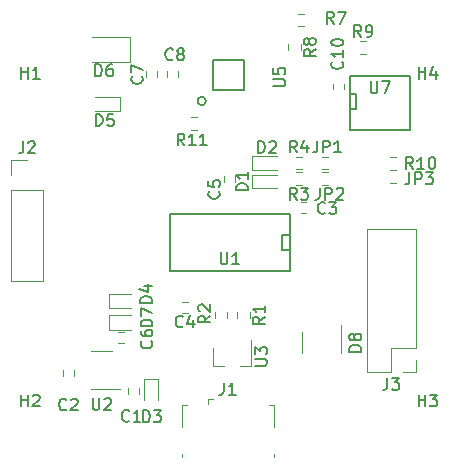
<source format=gbr>
G04 #@! TF.GenerationSoftware,KiCad,Pcbnew,(5.1.0)-1*
G04 #@! TF.CreationDate,2019-11-13T23:10:21-06:00*
G04 #@! TF.ProjectId,low_cost_multispectral_sensor,6c6f775f-636f-4737-945f-6d756c746973,rev?*
G04 #@! TF.SameCoordinates,Original*
G04 #@! TF.FileFunction,Legend,Top*
G04 #@! TF.FilePolarity,Positive*
%FSLAX46Y46*%
G04 Gerber Fmt 4.6, Leading zero omitted, Abs format (unit mm)*
G04 Created by KiCad (PCBNEW (5.1.0)-1) date 2019-11-13 23:10:21*
%MOMM*%
%LPD*%
G04 APERTURE LIST*
%ADD10C,0.150000*%
%ADD11C,0.120000*%
G04 APERTURE END LIST*
D10*
X171341600Y-104894800D02*
X168700000Y-104894800D01*
X168700000Y-107485600D02*
X168700000Y-104894800D01*
X171341600Y-107485600D02*
X168700000Y-107485600D01*
X171341600Y-107485600D02*
X171341600Y-104894800D01*
X168090400Y-108400000D02*
G75*
G03X168090400Y-108400000I-359210J0D01*
G01*
D11*
X161480000Y-132700000D02*
X161480000Y-133200000D01*
X162420000Y-133200000D02*
X162420000Y-132700000D01*
X156920000Y-131650000D02*
X156920000Y-131150000D01*
X155980000Y-131150000D02*
X155980000Y-131650000D01*
X176600000Y-116980000D02*
X176100000Y-116980000D01*
X176100000Y-117920000D02*
X176600000Y-117920000D01*
X166550000Y-125380000D02*
X166050000Y-125380000D01*
X166050000Y-126320000D02*
X166550000Y-126320000D01*
X170570000Y-115225000D02*
X170570000Y-114725000D01*
X169630000Y-114725000D02*
X169630000Y-115225000D01*
X160650000Y-128920000D02*
X161150000Y-128920000D01*
X161150000Y-127980000D02*
X160650000Y-127980000D01*
X163920000Y-106400000D02*
X163920000Y-105900000D01*
X162980000Y-105900000D02*
X162980000Y-106400000D01*
X165745000Y-106375000D02*
X165745000Y-105875000D01*
X164805000Y-105875000D02*
X164805000Y-106375000D01*
X179770000Y-107425000D02*
X179770000Y-106925000D01*
X178830000Y-106925000D02*
X178830000Y-107425000D01*
X161650000Y-105110000D02*
X161650000Y-102990000D01*
X158450000Y-105110000D02*
X161650000Y-105110000D01*
X161650000Y-102990000D02*
X158450000Y-102990000D01*
X166050000Y-134150000D02*
X166500000Y-134150000D01*
X166050000Y-136000000D02*
X166050000Y-134150000D01*
X173850000Y-138550000D02*
X173850000Y-138300000D01*
X166050000Y-138550000D02*
X166050000Y-138300000D01*
X173850000Y-136000000D02*
X173850000Y-134150000D01*
X173850000Y-134150000D02*
X173400000Y-134150000D01*
X168250000Y-133600000D02*
X168700000Y-133600000D01*
X168250000Y-133600000D02*
X168250000Y-134050000D01*
X151620000Y-113370000D02*
X152950000Y-113370000D01*
X151620000Y-114700000D02*
X151620000Y-113370000D01*
X151620000Y-115970000D02*
X154280000Y-115970000D01*
X154280000Y-115970000D02*
X154280000Y-123650000D01*
X151620000Y-115970000D02*
X151620000Y-123650000D01*
X151620000Y-123650000D02*
X154280000Y-123650000D01*
X185835000Y-131385000D02*
X184775000Y-131385000D01*
X185835000Y-130325000D02*
X185835000Y-131385000D01*
X183775000Y-131385000D02*
X181715000Y-131385000D01*
X183775000Y-129325000D02*
X183775000Y-131385000D01*
X185835000Y-129325000D02*
X183775000Y-129325000D01*
X181715000Y-131385000D02*
X181715000Y-119265000D01*
X185835000Y-129325000D02*
X185835000Y-119265000D01*
X185835000Y-119265000D02*
X181715000Y-119265000D01*
X178450000Y-114420000D02*
X177950000Y-114420000D01*
X177950000Y-115480000D02*
X178450000Y-115480000D01*
X178450000Y-113120000D02*
X177950000Y-113120000D01*
X177950000Y-114180000D02*
X178450000Y-114180000D01*
X183650000Y-115330000D02*
X184150000Y-115330000D01*
X184150000Y-114270000D02*
X183650000Y-114270000D01*
X170720000Y-126250000D02*
X170720000Y-126750000D01*
X171780000Y-126750000D02*
X171780000Y-126250000D01*
X169880000Y-126750000D02*
X169880000Y-126250000D01*
X168820000Y-126250000D02*
X168820000Y-126750000D01*
X175700000Y-115480000D02*
X176200000Y-115480000D01*
X176200000Y-114420000D02*
X175700000Y-114420000D01*
X176200000Y-113120000D02*
X175700000Y-113120000D01*
X175700000Y-114180000D02*
X176200000Y-114180000D01*
X175875000Y-102080000D02*
X176375000Y-102080000D01*
X176375000Y-101020000D02*
X175875000Y-101020000D01*
X175045000Y-103600000D02*
X175045000Y-104100000D01*
X176105000Y-104100000D02*
X176105000Y-103600000D01*
X181650000Y-103345000D02*
X181150000Y-103345000D01*
X181150000Y-104405000D02*
X181650000Y-104405000D01*
X183650000Y-114230000D02*
X184150000Y-114230000D01*
X184150000Y-113170000D02*
X183650000Y-113170000D01*
X167350000Y-109770000D02*
X166850000Y-109770000D01*
X166850000Y-110830000D02*
X167350000Y-110830000D01*
D10*
X174545000Y-119738000D02*
X175180000Y-119738000D01*
X174545000Y-121008000D02*
X174545000Y-119738000D01*
X175180000Y-121008000D02*
X174545000Y-121008000D01*
X175180000Y-122786000D02*
X165020000Y-122786000D01*
X175180000Y-117960000D02*
X175180000Y-122786000D01*
X165020000Y-117960000D02*
X175180000Y-117960000D01*
X165020000Y-122786000D02*
X165020000Y-117960000D01*
X180768000Y-109058000D02*
X180260000Y-109058000D01*
X180768000Y-107788000D02*
X180768000Y-109058000D01*
X180260000Y-107788000D02*
X180768000Y-107788000D01*
X180260000Y-110836000D02*
X180260000Y-106264000D01*
X185340000Y-110836000D02*
X180260000Y-110836000D01*
X185340000Y-106264000D02*
X185340000Y-110836000D01*
X180260000Y-106264000D02*
X185340000Y-106264000D01*
D11*
X179485000Y-129775000D02*
X179485000Y-127325000D01*
X176265000Y-127975000D02*
X176265000Y-129775000D01*
X158350000Y-132810000D02*
X160800000Y-132810000D01*
X160150000Y-129590000D02*
X158350000Y-129590000D01*
X168720000Y-130810000D02*
X168720000Y-129350000D01*
X171880000Y-130810000D02*
X171880000Y-128650000D01*
X171880000Y-130810000D02*
X170950000Y-130810000D01*
X168720000Y-130810000D02*
X169650000Y-130810000D01*
X172000000Y-114630000D02*
X174100000Y-114630000D01*
X172000000Y-115770000D02*
X174100000Y-115770000D01*
X172000000Y-114630000D02*
X172000000Y-115770000D01*
X172000000Y-113080000D02*
X172000000Y-114220000D01*
X172000000Y-114220000D02*
X174100000Y-114220000D01*
X172000000Y-113080000D02*
X174100000Y-113080000D01*
X162850000Y-133750000D02*
X162850000Y-131900000D01*
X164050000Y-133750000D02*
X164050000Y-131900000D01*
X164050000Y-131900000D02*
X162850000Y-131900000D01*
X159900000Y-124700000D02*
X159900000Y-125900000D01*
X161750000Y-124700000D02*
X159900000Y-124700000D01*
X161750000Y-125900000D02*
X159900000Y-125900000D01*
X160800000Y-109220000D02*
X158700000Y-109220000D01*
X160800000Y-108080000D02*
X158700000Y-108080000D01*
X160800000Y-109220000D02*
X160800000Y-108080000D01*
X161750000Y-127750000D02*
X159900000Y-127750000D01*
X161750000Y-126550000D02*
X159900000Y-126550000D01*
X159900000Y-126550000D02*
X159900000Y-127750000D01*
D10*
X173791180Y-107136904D02*
X174600704Y-107136904D01*
X174695942Y-107089285D01*
X174743561Y-107041666D01*
X174791180Y-106946428D01*
X174791180Y-106755952D01*
X174743561Y-106660714D01*
X174695942Y-106613095D01*
X174600704Y-106565476D01*
X173791180Y-106565476D01*
X173791180Y-105613095D02*
X173791180Y-106089285D01*
X174267371Y-106136904D01*
X174219752Y-106089285D01*
X174172133Y-105994047D01*
X174172133Y-105755952D01*
X174219752Y-105660714D01*
X174267371Y-105613095D01*
X174362609Y-105565476D01*
X174600704Y-105565476D01*
X174695942Y-105613095D01*
X174743561Y-105660714D01*
X174791180Y-105755952D01*
X174791180Y-105994047D01*
X174743561Y-106089285D01*
X174695942Y-106136904D01*
X161583333Y-135457142D02*
X161535714Y-135504761D01*
X161392857Y-135552380D01*
X161297619Y-135552380D01*
X161154761Y-135504761D01*
X161059523Y-135409523D01*
X161011904Y-135314285D01*
X160964285Y-135123809D01*
X160964285Y-134980952D01*
X161011904Y-134790476D01*
X161059523Y-134695238D01*
X161154761Y-134600000D01*
X161297619Y-134552380D01*
X161392857Y-134552380D01*
X161535714Y-134600000D01*
X161583333Y-134647619D01*
X162535714Y-135552380D02*
X161964285Y-135552380D01*
X162250000Y-135552380D02*
X162250000Y-134552380D01*
X162154761Y-134695238D01*
X162059523Y-134790476D01*
X161964285Y-134838095D01*
X156283333Y-134507142D02*
X156235714Y-134554761D01*
X156092857Y-134602380D01*
X155997619Y-134602380D01*
X155854761Y-134554761D01*
X155759523Y-134459523D01*
X155711904Y-134364285D01*
X155664285Y-134173809D01*
X155664285Y-134030952D01*
X155711904Y-133840476D01*
X155759523Y-133745238D01*
X155854761Y-133650000D01*
X155997619Y-133602380D01*
X156092857Y-133602380D01*
X156235714Y-133650000D01*
X156283333Y-133697619D01*
X156664285Y-133697619D02*
X156711904Y-133650000D01*
X156807142Y-133602380D01*
X157045238Y-133602380D01*
X157140476Y-133650000D01*
X157188095Y-133697619D01*
X157235714Y-133792857D01*
X157235714Y-133888095D01*
X157188095Y-134030952D01*
X156616666Y-134602380D01*
X157235714Y-134602380D01*
X178183333Y-117857142D02*
X178135714Y-117904761D01*
X177992857Y-117952380D01*
X177897619Y-117952380D01*
X177754761Y-117904761D01*
X177659523Y-117809523D01*
X177611904Y-117714285D01*
X177564285Y-117523809D01*
X177564285Y-117380952D01*
X177611904Y-117190476D01*
X177659523Y-117095238D01*
X177754761Y-117000000D01*
X177897619Y-116952380D01*
X177992857Y-116952380D01*
X178135714Y-117000000D01*
X178183333Y-117047619D01*
X178516666Y-116952380D02*
X179135714Y-116952380D01*
X178802380Y-117333333D01*
X178945238Y-117333333D01*
X179040476Y-117380952D01*
X179088095Y-117428571D01*
X179135714Y-117523809D01*
X179135714Y-117761904D01*
X179088095Y-117857142D01*
X179040476Y-117904761D01*
X178945238Y-117952380D01*
X178659523Y-117952380D01*
X178564285Y-117904761D01*
X178516666Y-117857142D01*
X166133333Y-127477142D02*
X166085714Y-127524761D01*
X165942857Y-127572380D01*
X165847619Y-127572380D01*
X165704761Y-127524761D01*
X165609523Y-127429523D01*
X165561904Y-127334285D01*
X165514285Y-127143809D01*
X165514285Y-127000952D01*
X165561904Y-126810476D01*
X165609523Y-126715238D01*
X165704761Y-126620000D01*
X165847619Y-126572380D01*
X165942857Y-126572380D01*
X166085714Y-126620000D01*
X166133333Y-126667619D01*
X166990476Y-126905714D02*
X166990476Y-127572380D01*
X166752380Y-126524761D02*
X166514285Y-127239047D01*
X167133333Y-127239047D01*
X169187142Y-116041666D02*
X169234761Y-116089285D01*
X169282380Y-116232142D01*
X169282380Y-116327380D01*
X169234761Y-116470238D01*
X169139523Y-116565476D01*
X169044285Y-116613095D01*
X168853809Y-116660714D01*
X168710952Y-116660714D01*
X168520476Y-116613095D01*
X168425238Y-116565476D01*
X168330000Y-116470238D01*
X168282380Y-116327380D01*
X168282380Y-116232142D01*
X168330000Y-116089285D01*
X168377619Y-116041666D01*
X168282380Y-115136904D02*
X168282380Y-115613095D01*
X168758571Y-115660714D01*
X168710952Y-115613095D01*
X168663333Y-115517857D01*
X168663333Y-115279761D01*
X168710952Y-115184523D01*
X168758571Y-115136904D01*
X168853809Y-115089285D01*
X169091904Y-115089285D01*
X169187142Y-115136904D01*
X169234761Y-115184523D01*
X169282380Y-115279761D01*
X169282380Y-115517857D01*
X169234761Y-115613095D01*
X169187142Y-115660714D01*
X163457142Y-128716666D02*
X163504761Y-128764285D01*
X163552380Y-128907142D01*
X163552380Y-129002380D01*
X163504761Y-129145238D01*
X163409523Y-129240476D01*
X163314285Y-129288095D01*
X163123809Y-129335714D01*
X162980952Y-129335714D01*
X162790476Y-129288095D01*
X162695238Y-129240476D01*
X162600000Y-129145238D01*
X162552380Y-129002380D01*
X162552380Y-128907142D01*
X162600000Y-128764285D01*
X162647619Y-128716666D01*
X162552380Y-127859523D02*
X162552380Y-128050000D01*
X162600000Y-128145238D01*
X162647619Y-128192857D01*
X162790476Y-128288095D01*
X162980952Y-128335714D01*
X163361904Y-128335714D01*
X163457142Y-128288095D01*
X163504761Y-128240476D01*
X163552380Y-128145238D01*
X163552380Y-127954761D01*
X163504761Y-127859523D01*
X163457142Y-127811904D01*
X163361904Y-127764285D01*
X163123809Y-127764285D01*
X163028571Y-127811904D01*
X162980952Y-127859523D01*
X162933333Y-127954761D01*
X162933333Y-128145238D01*
X162980952Y-128240476D01*
X163028571Y-128288095D01*
X163123809Y-128335714D01*
X162657142Y-106316666D02*
X162704761Y-106364285D01*
X162752380Y-106507142D01*
X162752380Y-106602380D01*
X162704761Y-106745238D01*
X162609523Y-106840476D01*
X162514285Y-106888095D01*
X162323809Y-106935714D01*
X162180952Y-106935714D01*
X161990476Y-106888095D01*
X161895238Y-106840476D01*
X161800000Y-106745238D01*
X161752380Y-106602380D01*
X161752380Y-106507142D01*
X161800000Y-106364285D01*
X161847619Y-106316666D01*
X161752380Y-105983333D02*
X161752380Y-105316666D01*
X162752380Y-105745238D01*
X165283333Y-104857142D02*
X165235714Y-104904761D01*
X165092857Y-104952380D01*
X164997619Y-104952380D01*
X164854761Y-104904761D01*
X164759523Y-104809523D01*
X164711904Y-104714285D01*
X164664285Y-104523809D01*
X164664285Y-104380952D01*
X164711904Y-104190476D01*
X164759523Y-104095238D01*
X164854761Y-104000000D01*
X164997619Y-103952380D01*
X165092857Y-103952380D01*
X165235714Y-104000000D01*
X165283333Y-104047619D01*
X165854761Y-104380952D02*
X165759523Y-104333333D01*
X165711904Y-104285714D01*
X165664285Y-104190476D01*
X165664285Y-104142857D01*
X165711904Y-104047619D01*
X165759523Y-104000000D01*
X165854761Y-103952380D01*
X166045238Y-103952380D01*
X166140476Y-104000000D01*
X166188095Y-104047619D01*
X166235714Y-104142857D01*
X166235714Y-104190476D01*
X166188095Y-104285714D01*
X166140476Y-104333333D01*
X166045238Y-104380952D01*
X165854761Y-104380952D01*
X165759523Y-104428571D01*
X165711904Y-104476190D01*
X165664285Y-104571428D01*
X165664285Y-104761904D01*
X165711904Y-104857142D01*
X165759523Y-104904761D01*
X165854761Y-104952380D01*
X166045238Y-104952380D01*
X166140476Y-104904761D01*
X166188095Y-104857142D01*
X166235714Y-104761904D01*
X166235714Y-104571428D01*
X166188095Y-104476190D01*
X166140476Y-104428571D01*
X166045238Y-104380952D01*
X179607142Y-105067857D02*
X179654761Y-105115476D01*
X179702380Y-105258333D01*
X179702380Y-105353571D01*
X179654761Y-105496428D01*
X179559523Y-105591666D01*
X179464285Y-105639285D01*
X179273809Y-105686904D01*
X179130952Y-105686904D01*
X178940476Y-105639285D01*
X178845238Y-105591666D01*
X178750000Y-105496428D01*
X178702380Y-105353571D01*
X178702380Y-105258333D01*
X178750000Y-105115476D01*
X178797619Y-105067857D01*
X179702380Y-104115476D02*
X179702380Y-104686904D01*
X179702380Y-104401190D02*
X178702380Y-104401190D01*
X178845238Y-104496428D01*
X178940476Y-104591666D01*
X178988095Y-104686904D01*
X178702380Y-103496428D02*
X178702380Y-103401190D01*
X178750000Y-103305952D01*
X178797619Y-103258333D01*
X178892857Y-103210714D01*
X179083333Y-103163095D01*
X179321428Y-103163095D01*
X179511904Y-103210714D01*
X179607142Y-103258333D01*
X179654761Y-103305952D01*
X179702380Y-103401190D01*
X179702380Y-103496428D01*
X179654761Y-103591666D01*
X179607142Y-103639285D01*
X179511904Y-103686904D01*
X179321428Y-103734523D01*
X179083333Y-103734523D01*
X178892857Y-103686904D01*
X178797619Y-103639285D01*
X178750000Y-103591666D01*
X178702380Y-103496428D01*
X158711904Y-106302380D02*
X158711904Y-105302380D01*
X158950000Y-105302380D01*
X159092857Y-105350000D01*
X159188095Y-105445238D01*
X159235714Y-105540476D01*
X159283333Y-105730952D01*
X159283333Y-105873809D01*
X159235714Y-106064285D01*
X159188095Y-106159523D01*
X159092857Y-106254761D01*
X158950000Y-106302380D01*
X158711904Y-106302380D01*
X160140476Y-105302380D02*
X159950000Y-105302380D01*
X159854761Y-105350000D01*
X159807142Y-105397619D01*
X159711904Y-105540476D01*
X159664285Y-105730952D01*
X159664285Y-106111904D01*
X159711904Y-106207142D01*
X159759523Y-106254761D01*
X159854761Y-106302380D01*
X160045238Y-106302380D01*
X160140476Y-106254761D01*
X160188095Y-106207142D01*
X160235714Y-106111904D01*
X160235714Y-105873809D01*
X160188095Y-105778571D01*
X160140476Y-105730952D01*
X160045238Y-105683333D01*
X159854761Y-105683333D01*
X159759523Y-105730952D01*
X159711904Y-105778571D01*
X159664285Y-105873809D01*
X169616666Y-132252380D02*
X169616666Y-132966666D01*
X169569047Y-133109523D01*
X169473809Y-133204761D01*
X169330952Y-133252380D01*
X169235714Y-133252380D01*
X170616666Y-133252380D02*
X170045238Y-133252380D01*
X170330952Y-133252380D02*
X170330952Y-132252380D01*
X170235714Y-132395238D01*
X170140476Y-132490476D01*
X170045238Y-132538095D01*
X152616666Y-111822380D02*
X152616666Y-112536666D01*
X152569047Y-112679523D01*
X152473809Y-112774761D01*
X152330952Y-112822380D01*
X152235714Y-112822380D01*
X153045238Y-111917619D02*
X153092857Y-111870000D01*
X153188095Y-111822380D01*
X153426190Y-111822380D01*
X153521428Y-111870000D01*
X153569047Y-111917619D01*
X153616666Y-112012857D01*
X153616666Y-112108095D01*
X153569047Y-112250952D01*
X152997619Y-112822380D01*
X153616666Y-112822380D01*
X183441666Y-131837380D02*
X183441666Y-132551666D01*
X183394047Y-132694523D01*
X183298809Y-132789761D01*
X183155952Y-132837380D01*
X183060714Y-132837380D01*
X183822619Y-131837380D02*
X184441666Y-131837380D01*
X184108333Y-132218333D01*
X184251190Y-132218333D01*
X184346428Y-132265952D01*
X184394047Y-132313571D01*
X184441666Y-132408809D01*
X184441666Y-132646904D01*
X184394047Y-132742142D01*
X184346428Y-132789761D01*
X184251190Y-132837380D01*
X183965476Y-132837380D01*
X183870238Y-132789761D01*
X183822619Y-132742142D01*
X177516666Y-111752380D02*
X177516666Y-112466666D01*
X177469047Y-112609523D01*
X177373809Y-112704761D01*
X177230952Y-112752380D01*
X177135714Y-112752380D01*
X177992857Y-112752380D02*
X177992857Y-111752380D01*
X178373809Y-111752380D01*
X178469047Y-111800000D01*
X178516666Y-111847619D01*
X178564285Y-111942857D01*
X178564285Y-112085714D01*
X178516666Y-112180952D01*
X178469047Y-112228571D01*
X178373809Y-112276190D01*
X177992857Y-112276190D01*
X179516666Y-112752380D02*
X178945238Y-112752380D01*
X179230952Y-112752380D02*
X179230952Y-111752380D01*
X179135714Y-111895238D01*
X179040476Y-111990476D01*
X178945238Y-112038095D01*
X177716666Y-115752380D02*
X177716666Y-116466666D01*
X177669047Y-116609523D01*
X177573809Y-116704761D01*
X177430952Y-116752380D01*
X177335714Y-116752380D01*
X178192857Y-116752380D02*
X178192857Y-115752380D01*
X178573809Y-115752380D01*
X178669047Y-115800000D01*
X178716666Y-115847619D01*
X178764285Y-115942857D01*
X178764285Y-116085714D01*
X178716666Y-116180952D01*
X178669047Y-116228571D01*
X178573809Y-116276190D01*
X178192857Y-116276190D01*
X179145238Y-115847619D02*
X179192857Y-115800000D01*
X179288095Y-115752380D01*
X179526190Y-115752380D01*
X179621428Y-115800000D01*
X179669047Y-115847619D01*
X179716666Y-115942857D01*
X179716666Y-116038095D01*
X179669047Y-116180952D01*
X179097619Y-116752380D01*
X179716666Y-116752380D01*
X185316666Y-114452380D02*
X185316666Y-115166666D01*
X185269047Y-115309523D01*
X185173809Y-115404761D01*
X185030952Y-115452380D01*
X184935714Y-115452380D01*
X185792857Y-115452380D02*
X185792857Y-114452380D01*
X186173809Y-114452380D01*
X186269047Y-114500000D01*
X186316666Y-114547619D01*
X186364285Y-114642857D01*
X186364285Y-114785714D01*
X186316666Y-114880952D01*
X186269047Y-114928571D01*
X186173809Y-114976190D01*
X185792857Y-114976190D01*
X186697619Y-114452380D02*
X187316666Y-114452380D01*
X186983333Y-114833333D01*
X187126190Y-114833333D01*
X187221428Y-114880952D01*
X187269047Y-114928571D01*
X187316666Y-115023809D01*
X187316666Y-115261904D01*
X187269047Y-115357142D01*
X187221428Y-115404761D01*
X187126190Y-115452380D01*
X186840476Y-115452380D01*
X186745238Y-115404761D01*
X186697619Y-115357142D01*
X173052380Y-126666666D02*
X172576190Y-127000000D01*
X173052380Y-127238095D02*
X172052380Y-127238095D01*
X172052380Y-126857142D01*
X172100000Y-126761904D01*
X172147619Y-126714285D01*
X172242857Y-126666666D01*
X172385714Y-126666666D01*
X172480952Y-126714285D01*
X172528571Y-126761904D01*
X172576190Y-126857142D01*
X172576190Y-127238095D01*
X173052380Y-125714285D02*
X173052380Y-126285714D01*
X173052380Y-126000000D02*
X172052380Y-126000000D01*
X172195238Y-126095238D01*
X172290476Y-126190476D01*
X172338095Y-126285714D01*
X168452380Y-126566666D02*
X167976190Y-126900000D01*
X168452380Y-127138095D02*
X167452380Y-127138095D01*
X167452380Y-126757142D01*
X167500000Y-126661904D01*
X167547619Y-126614285D01*
X167642857Y-126566666D01*
X167785714Y-126566666D01*
X167880952Y-126614285D01*
X167928571Y-126661904D01*
X167976190Y-126757142D01*
X167976190Y-127138095D01*
X167547619Y-126185714D02*
X167500000Y-126138095D01*
X167452380Y-126042857D01*
X167452380Y-125804761D01*
X167500000Y-125709523D01*
X167547619Y-125661904D01*
X167642857Y-125614285D01*
X167738095Y-125614285D01*
X167880952Y-125661904D01*
X168452380Y-126233333D01*
X168452380Y-125614285D01*
X175783333Y-116752380D02*
X175450000Y-116276190D01*
X175211904Y-116752380D02*
X175211904Y-115752380D01*
X175592857Y-115752380D01*
X175688095Y-115800000D01*
X175735714Y-115847619D01*
X175783333Y-115942857D01*
X175783333Y-116085714D01*
X175735714Y-116180952D01*
X175688095Y-116228571D01*
X175592857Y-116276190D01*
X175211904Y-116276190D01*
X176116666Y-115752380D02*
X176735714Y-115752380D01*
X176402380Y-116133333D01*
X176545238Y-116133333D01*
X176640476Y-116180952D01*
X176688095Y-116228571D01*
X176735714Y-116323809D01*
X176735714Y-116561904D01*
X176688095Y-116657142D01*
X176640476Y-116704761D01*
X176545238Y-116752380D01*
X176259523Y-116752380D01*
X176164285Y-116704761D01*
X176116666Y-116657142D01*
X175783333Y-112752380D02*
X175450000Y-112276190D01*
X175211904Y-112752380D02*
X175211904Y-111752380D01*
X175592857Y-111752380D01*
X175688095Y-111800000D01*
X175735714Y-111847619D01*
X175783333Y-111942857D01*
X175783333Y-112085714D01*
X175735714Y-112180952D01*
X175688095Y-112228571D01*
X175592857Y-112276190D01*
X175211904Y-112276190D01*
X176640476Y-112085714D02*
X176640476Y-112752380D01*
X176402380Y-111704761D02*
X176164285Y-112419047D01*
X176783333Y-112419047D01*
X178908333Y-101852380D02*
X178575000Y-101376190D01*
X178336904Y-101852380D02*
X178336904Y-100852380D01*
X178717857Y-100852380D01*
X178813095Y-100900000D01*
X178860714Y-100947619D01*
X178908333Y-101042857D01*
X178908333Y-101185714D01*
X178860714Y-101280952D01*
X178813095Y-101328571D01*
X178717857Y-101376190D01*
X178336904Y-101376190D01*
X179241666Y-100852380D02*
X179908333Y-100852380D01*
X179479761Y-101852380D01*
X177377380Y-104016666D02*
X176901190Y-104350000D01*
X177377380Y-104588095D02*
X176377380Y-104588095D01*
X176377380Y-104207142D01*
X176425000Y-104111904D01*
X176472619Y-104064285D01*
X176567857Y-104016666D01*
X176710714Y-104016666D01*
X176805952Y-104064285D01*
X176853571Y-104111904D01*
X176901190Y-104207142D01*
X176901190Y-104588095D01*
X176805952Y-103445238D02*
X176758333Y-103540476D01*
X176710714Y-103588095D01*
X176615476Y-103635714D01*
X176567857Y-103635714D01*
X176472619Y-103588095D01*
X176425000Y-103540476D01*
X176377380Y-103445238D01*
X176377380Y-103254761D01*
X176425000Y-103159523D01*
X176472619Y-103111904D01*
X176567857Y-103064285D01*
X176615476Y-103064285D01*
X176710714Y-103111904D01*
X176758333Y-103159523D01*
X176805952Y-103254761D01*
X176805952Y-103445238D01*
X176853571Y-103540476D01*
X176901190Y-103588095D01*
X176996428Y-103635714D01*
X177186904Y-103635714D01*
X177282142Y-103588095D01*
X177329761Y-103540476D01*
X177377380Y-103445238D01*
X177377380Y-103254761D01*
X177329761Y-103159523D01*
X177282142Y-103111904D01*
X177186904Y-103064285D01*
X176996428Y-103064285D01*
X176901190Y-103111904D01*
X176853571Y-103159523D01*
X176805952Y-103254761D01*
X181233333Y-102977380D02*
X180900000Y-102501190D01*
X180661904Y-102977380D02*
X180661904Y-101977380D01*
X181042857Y-101977380D01*
X181138095Y-102025000D01*
X181185714Y-102072619D01*
X181233333Y-102167857D01*
X181233333Y-102310714D01*
X181185714Y-102405952D01*
X181138095Y-102453571D01*
X181042857Y-102501190D01*
X180661904Y-102501190D01*
X181709523Y-102977380D02*
X181900000Y-102977380D01*
X181995238Y-102929761D01*
X182042857Y-102882142D01*
X182138095Y-102739285D01*
X182185714Y-102548809D01*
X182185714Y-102167857D01*
X182138095Y-102072619D01*
X182090476Y-102025000D01*
X181995238Y-101977380D01*
X181804761Y-101977380D01*
X181709523Y-102025000D01*
X181661904Y-102072619D01*
X181614285Y-102167857D01*
X181614285Y-102405952D01*
X181661904Y-102501190D01*
X181709523Y-102548809D01*
X181804761Y-102596428D01*
X181995238Y-102596428D01*
X182090476Y-102548809D01*
X182138095Y-102501190D01*
X182185714Y-102405952D01*
X185607142Y-114152380D02*
X185273809Y-113676190D01*
X185035714Y-114152380D02*
X185035714Y-113152380D01*
X185416666Y-113152380D01*
X185511904Y-113200000D01*
X185559523Y-113247619D01*
X185607142Y-113342857D01*
X185607142Y-113485714D01*
X185559523Y-113580952D01*
X185511904Y-113628571D01*
X185416666Y-113676190D01*
X185035714Y-113676190D01*
X186559523Y-114152380D02*
X185988095Y-114152380D01*
X186273809Y-114152380D02*
X186273809Y-113152380D01*
X186178571Y-113295238D01*
X186083333Y-113390476D01*
X185988095Y-113438095D01*
X187178571Y-113152380D02*
X187273809Y-113152380D01*
X187369047Y-113200000D01*
X187416666Y-113247619D01*
X187464285Y-113342857D01*
X187511904Y-113533333D01*
X187511904Y-113771428D01*
X187464285Y-113961904D01*
X187416666Y-114057142D01*
X187369047Y-114104761D01*
X187273809Y-114152380D01*
X187178571Y-114152380D01*
X187083333Y-114104761D01*
X187035714Y-114057142D01*
X186988095Y-113961904D01*
X186940476Y-113771428D01*
X186940476Y-113533333D01*
X186988095Y-113342857D01*
X187035714Y-113247619D01*
X187083333Y-113200000D01*
X187178571Y-113152380D01*
X166257142Y-112152380D02*
X165923809Y-111676190D01*
X165685714Y-112152380D02*
X165685714Y-111152380D01*
X166066666Y-111152380D01*
X166161904Y-111200000D01*
X166209523Y-111247619D01*
X166257142Y-111342857D01*
X166257142Y-111485714D01*
X166209523Y-111580952D01*
X166161904Y-111628571D01*
X166066666Y-111676190D01*
X165685714Y-111676190D01*
X167209523Y-112152380D02*
X166638095Y-112152380D01*
X166923809Y-112152380D02*
X166923809Y-111152380D01*
X166828571Y-111295238D01*
X166733333Y-111390476D01*
X166638095Y-111438095D01*
X168161904Y-112152380D02*
X167590476Y-112152380D01*
X167876190Y-112152380D02*
X167876190Y-111152380D01*
X167780952Y-111295238D01*
X167685714Y-111390476D01*
X167590476Y-111438095D01*
X169338095Y-121222380D02*
X169338095Y-122031904D01*
X169385714Y-122127142D01*
X169433333Y-122174761D01*
X169528571Y-122222380D01*
X169719047Y-122222380D01*
X169814285Y-122174761D01*
X169861904Y-122127142D01*
X169909523Y-122031904D01*
X169909523Y-121222380D01*
X170909523Y-122222380D02*
X170338095Y-122222380D01*
X170623809Y-122222380D02*
X170623809Y-121222380D01*
X170528571Y-121365238D01*
X170433333Y-121460476D01*
X170338095Y-121508095D01*
X182038095Y-106732380D02*
X182038095Y-107541904D01*
X182085714Y-107637142D01*
X182133333Y-107684761D01*
X182228571Y-107732380D01*
X182419047Y-107732380D01*
X182514285Y-107684761D01*
X182561904Y-107637142D01*
X182609523Y-107541904D01*
X182609523Y-106732380D01*
X182990476Y-106732380D02*
X183657142Y-106732380D01*
X183228571Y-107732380D01*
X181227380Y-129613095D02*
X180227380Y-129613095D01*
X180227380Y-129375000D01*
X180275000Y-129232142D01*
X180370238Y-129136904D01*
X180465476Y-129089285D01*
X180655952Y-129041666D01*
X180798809Y-129041666D01*
X180989285Y-129089285D01*
X181084523Y-129136904D01*
X181179761Y-129232142D01*
X181227380Y-129375000D01*
X181227380Y-129613095D01*
X180655952Y-128470238D02*
X180608333Y-128565476D01*
X180560714Y-128613095D01*
X180465476Y-128660714D01*
X180417857Y-128660714D01*
X180322619Y-128613095D01*
X180275000Y-128565476D01*
X180227380Y-128470238D01*
X180227380Y-128279761D01*
X180275000Y-128184523D01*
X180322619Y-128136904D01*
X180417857Y-128089285D01*
X180465476Y-128089285D01*
X180560714Y-128136904D01*
X180608333Y-128184523D01*
X180655952Y-128279761D01*
X180655952Y-128470238D01*
X180703571Y-128565476D01*
X180751190Y-128613095D01*
X180846428Y-128660714D01*
X181036904Y-128660714D01*
X181132142Y-128613095D01*
X181179761Y-128565476D01*
X181227380Y-128470238D01*
X181227380Y-128279761D01*
X181179761Y-128184523D01*
X181132142Y-128136904D01*
X181036904Y-128089285D01*
X180846428Y-128089285D01*
X180751190Y-128136904D01*
X180703571Y-128184523D01*
X180655952Y-128279761D01*
X158488095Y-133552380D02*
X158488095Y-134361904D01*
X158535714Y-134457142D01*
X158583333Y-134504761D01*
X158678571Y-134552380D01*
X158869047Y-134552380D01*
X158964285Y-134504761D01*
X159011904Y-134457142D01*
X159059523Y-134361904D01*
X159059523Y-133552380D01*
X159488095Y-133647619D02*
X159535714Y-133600000D01*
X159630952Y-133552380D01*
X159869047Y-133552380D01*
X159964285Y-133600000D01*
X160011904Y-133647619D01*
X160059523Y-133742857D01*
X160059523Y-133838095D01*
X160011904Y-133980952D01*
X159440476Y-134552380D01*
X160059523Y-134552380D01*
X172252380Y-130811904D02*
X173061904Y-130811904D01*
X173157142Y-130764285D01*
X173204761Y-130716666D01*
X173252380Y-130621428D01*
X173252380Y-130430952D01*
X173204761Y-130335714D01*
X173157142Y-130288095D01*
X173061904Y-130240476D01*
X172252380Y-130240476D01*
X172252380Y-129859523D02*
X172252380Y-129240476D01*
X172633333Y-129573809D01*
X172633333Y-129430952D01*
X172680952Y-129335714D01*
X172728571Y-129288095D01*
X172823809Y-129240476D01*
X173061904Y-129240476D01*
X173157142Y-129288095D01*
X173204761Y-129335714D01*
X173252380Y-129430952D01*
X173252380Y-129716666D01*
X173204761Y-129811904D01*
X173157142Y-129859523D01*
X171652380Y-115938095D02*
X170652380Y-115938095D01*
X170652380Y-115700000D01*
X170700000Y-115557142D01*
X170795238Y-115461904D01*
X170890476Y-115414285D01*
X171080952Y-115366666D01*
X171223809Y-115366666D01*
X171414285Y-115414285D01*
X171509523Y-115461904D01*
X171604761Y-115557142D01*
X171652380Y-115700000D01*
X171652380Y-115938095D01*
X171652380Y-114414285D02*
X171652380Y-114985714D01*
X171652380Y-114700000D02*
X170652380Y-114700000D01*
X170795238Y-114795238D01*
X170890476Y-114890476D01*
X170938095Y-114985714D01*
X172511904Y-112802380D02*
X172511904Y-111802380D01*
X172750000Y-111802380D01*
X172892857Y-111850000D01*
X172988095Y-111945238D01*
X173035714Y-112040476D01*
X173083333Y-112230952D01*
X173083333Y-112373809D01*
X173035714Y-112564285D01*
X172988095Y-112659523D01*
X172892857Y-112754761D01*
X172750000Y-112802380D01*
X172511904Y-112802380D01*
X173464285Y-111897619D02*
X173511904Y-111850000D01*
X173607142Y-111802380D01*
X173845238Y-111802380D01*
X173940476Y-111850000D01*
X173988095Y-111897619D01*
X174035714Y-111992857D01*
X174035714Y-112088095D01*
X173988095Y-112230952D01*
X173416666Y-112802380D01*
X174035714Y-112802380D01*
X162761904Y-135602380D02*
X162761904Y-134602380D01*
X163000000Y-134602380D01*
X163142857Y-134650000D01*
X163238095Y-134745238D01*
X163285714Y-134840476D01*
X163333333Y-135030952D01*
X163333333Y-135173809D01*
X163285714Y-135364285D01*
X163238095Y-135459523D01*
X163142857Y-135554761D01*
X163000000Y-135602380D01*
X162761904Y-135602380D01*
X163666666Y-134602380D02*
X164285714Y-134602380D01*
X163952380Y-134983333D01*
X164095238Y-134983333D01*
X164190476Y-135030952D01*
X164238095Y-135078571D01*
X164285714Y-135173809D01*
X164285714Y-135411904D01*
X164238095Y-135507142D01*
X164190476Y-135554761D01*
X164095238Y-135602380D01*
X163809523Y-135602380D01*
X163714285Y-135554761D01*
X163666666Y-135507142D01*
X163502380Y-125488095D02*
X162502380Y-125488095D01*
X162502380Y-125250000D01*
X162550000Y-125107142D01*
X162645238Y-125011904D01*
X162740476Y-124964285D01*
X162930952Y-124916666D01*
X163073809Y-124916666D01*
X163264285Y-124964285D01*
X163359523Y-125011904D01*
X163454761Y-125107142D01*
X163502380Y-125250000D01*
X163502380Y-125488095D01*
X162835714Y-124059523D02*
X163502380Y-124059523D01*
X162454761Y-124297619D02*
X163169047Y-124535714D01*
X163169047Y-123916666D01*
X158761904Y-110502380D02*
X158761904Y-109502380D01*
X159000000Y-109502380D01*
X159142857Y-109550000D01*
X159238095Y-109645238D01*
X159285714Y-109740476D01*
X159333333Y-109930952D01*
X159333333Y-110073809D01*
X159285714Y-110264285D01*
X159238095Y-110359523D01*
X159142857Y-110454761D01*
X159000000Y-110502380D01*
X158761904Y-110502380D01*
X160238095Y-109502380D02*
X159761904Y-109502380D01*
X159714285Y-109978571D01*
X159761904Y-109930952D01*
X159857142Y-109883333D01*
X160095238Y-109883333D01*
X160190476Y-109930952D01*
X160238095Y-109978571D01*
X160285714Y-110073809D01*
X160285714Y-110311904D01*
X160238095Y-110407142D01*
X160190476Y-110454761D01*
X160095238Y-110502380D01*
X159857142Y-110502380D01*
X159761904Y-110454761D01*
X159714285Y-110407142D01*
X163552380Y-127488095D02*
X162552380Y-127488095D01*
X162552380Y-127250000D01*
X162600000Y-127107142D01*
X162695238Y-127011904D01*
X162790476Y-126964285D01*
X162980952Y-126916666D01*
X163123809Y-126916666D01*
X163314285Y-126964285D01*
X163409523Y-127011904D01*
X163504761Y-127107142D01*
X163552380Y-127250000D01*
X163552380Y-127488095D01*
X162552380Y-126583333D02*
X162552380Y-125916666D01*
X163552380Y-126345238D01*
X152438095Y-106502380D02*
X152438095Y-105502380D01*
X152438095Y-105978571D02*
X153009523Y-105978571D01*
X153009523Y-106502380D02*
X153009523Y-105502380D01*
X154009523Y-106502380D02*
X153438095Y-106502380D01*
X153723809Y-106502380D02*
X153723809Y-105502380D01*
X153628571Y-105645238D01*
X153533333Y-105740476D01*
X153438095Y-105788095D01*
X152438095Y-134252380D02*
X152438095Y-133252380D01*
X152438095Y-133728571D02*
X153009523Y-133728571D01*
X153009523Y-134252380D02*
X153009523Y-133252380D01*
X153438095Y-133347619D02*
X153485714Y-133300000D01*
X153580952Y-133252380D01*
X153819047Y-133252380D01*
X153914285Y-133300000D01*
X153961904Y-133347619D01*
X154009523Y-133442857D01*
X154009523Y-133538095D01*
X153961904Y-133680952D01*
X153390476Y-134252380D01*
X154009523Y-134252380D01*
X186088095Y-134252380D02*
X186088095Y-133252380D01*
X186088095Y-133728571D02*
X186659523Y-133728571D01*
X186659523Y-134252380D02*
X186659523Y-133252380D01*
X187040476Y-133252380D02*
X187659523Y-133252380D01*
X187326190Y-133633333D01*
X187469047Y-133633333D01*
X187564285Y-133680952D01*
X187611904Y-133728571D01*
X187659523Y-133823809D01*
X187659523Y-134061904D01*
X187611904Y-134157142D01*
X187564285Y-134204761D01*
X187469047Y-134252380D01*
X187183333Y-134252380D01*
X187088095Y-134204761D01*
X187040476Y-134157142D01*
X186088095Y-106502380D02*
X186088095Y-105502380D01*
X186088095Y-105978571D02*
X186659523Y-105978571D01*
X186659523Y-106502380D02*
X186659523Y-105502380D01*
X187564285Y-105835714D02*
X187564285Y-106502380D01*
X187326190Y-105454761D02*
X187088095Y-106169047D01*
X187707142Y-106169047D01*
M02*

</source>
